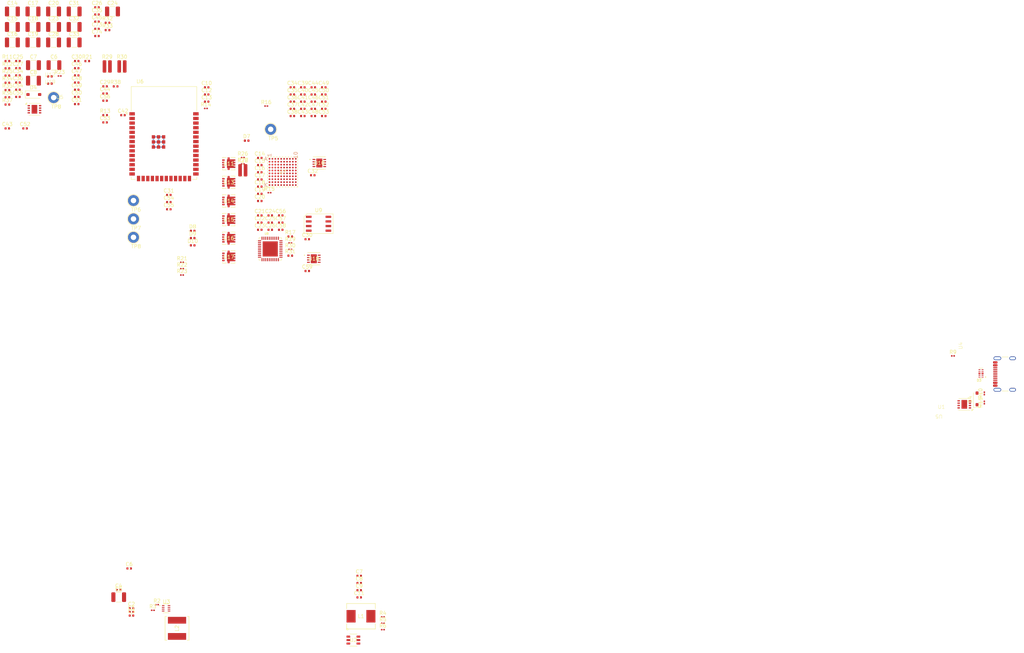
<source format=kicad_pcb>
(kicad_pcb (version 20241229) (generator "pcbnew") (generator_version "9.0")
  (layers (0 "F.Cu" signal) (2 "B.Cu" signal) (13 "F.Paste" user) (15 "B.Paste" user) (5 "F.SilkS" user "F.Silkscreen") (7 "B.SilkS" user "B.Silkscreen") (1 "F.Mask" user) (3 "B.Mask" user) (25 "Edge.Cuts" user))
  (net 0 "")
  (net 1 "VBUS")
  (net 2 "GND")
  (net 3 "Net-(U3-SS)")
  (net 4 "Net-(U3-BST)")
  (net 5 "Net-(U3-SW)")
  (net 6 "+3V3")
  (net 7 "Net-(U3-FB)")
  (net 8 "Net-(U2-SW)")
  (net 9 "Net-(U2-CB)")
  (net 10 "Net-(U6-EN)")
  (net 11 "+12V")
  (net 12 "Net-(U8-CPL)")
  (net 13 "Net-(U8-CPH)")
  (net 14 "Net-(U8-VCP)")
  (net 15 "Net-(U8-DVDD)")
  (net 16 "/motor/Gate Driver/MOTOR_A_CURRENT_SENSE")
  (net 17 "/motor/Gate Driver/MOTOR_B_CURRENT_SENSE")
  (net 18 "/motor/Gate Driver/MOTOR_C_CURRENT_SENSE")
  (net 19 "Net-(U1-CC1)")
  (net 20 "Net-(U1-CC2)")
  (net 23 "/MCU/USB_D-")
  (net 25 "/MCU/USB_D+")
  (net 27 "Net-(D4-A)")
  (net 28 "/USB/RAW_VBUS")
  (net 29 "Net-(D7-A)")
  (net 30 "Net-(D8-A)")
  (net 31 "Net-(D9-A)")
  (net 32 "Net-(D10-A)")
  (net 33 "Net-(U2-FB)")
  (net 34 "/MCU/EN_12V")
  (net 35 "Net-(U1-ADDR{slash}ORIENT)")
  (net 36 "Net-(U1-GATE)")
  (net 37 "/MCU/STM32_EN")
  (net 38 "/motor/Gate Driver/GATE_DRIVER_NFALUT")
  (net 39 "/motor/Gate Driver/H_BRIDGE_SPA")
  (net 40 "/motor/Gate Driver/H_BRIDGE_SPB")
  (net 41 "/motor/Gate Driver/H_BRIDGE_SPC")
  (net 42 "Net-(U8-SOC)")
  (net 43 "Net-(U8-SOB)")
  (net 44 "Net-(U8-SOA)")
  (net 50 "/MCU/PD_FAULT")
  (net 58 "/MCU/PD_INT_N")
  (net 62 "/MCU/PD_SCL")
  (net 63 "/CAN Transceiver1/CAN_TX")
  (net 70 "/MCU/PD_SDA")
  (net 78 "/CAN Transceiver1/CAN_RX")
  (net 82 "/motor/Gate Driver/GATE_DRIVER_NSCS")
  (net 84 "/motor/Gate Driver/GATE_DRIVER_INLA")
  (net 97 "/motor/Gate Driver/GATE_DRIVER_INHB")
  (net 99 "/motor/Gate Driver/GATE_DRIVER_SDI")
  (net 102 "/motor/Encoder/ENCODER_SCL")
  (net 129 "/motor/Gate Driver/GATE_DRIVER_ENABLE")
  (net 131 "/motor/Gate Driver/GATE_DRIVER_SDO")
  (net 133 "/motor/Encoder/ENCODER_SDA")
  (net 142 "/motor/Gate Driver/GATE_DRIVER_INHC")
  (net 143 "/CAN Transceiver/CAN_RX")
  (net 154 "/motor/Gate Driver/GATE_DRIVER_SCLK")
  (net 159 "/CAN Transceiver/CAN_TX")
  (net 160 "/motor/Gate Driver/GATE_DRIVER_INHA")
  (net 162 "/motor/H-Bridge/MOTOR_C")
  (net 163 "/motor/Gate Driver/H_BRIDGE_GLB")
  (net 164 "/motor/Gate Driver/H_BRIDGE_GHB")
  (net 165 "/motor/H-Bridge/MOTOR_A")
  (net 166 "/motor/Gate Driver/H_BRIDGE_GLC")
  (net 167 "/motor/Gate Driver/H_BRIDGE_GLA")
  (net 168 "/motor/H-Bridge/MOTOR_B")
  (net 169 "/motor/Gate Driver/H_BRIDGE_GHC")
  (net 170 "/motor/Gate Driver/H_BRIDGE_GHA")
  (net 174 "/CANH")
  (net 175 "/CANL")
  (net 176 "/Power/VBUS_IN")
  (net 177 "Net-(R22-Pad2)")
  (net 178 "Net-(R23-Pad2)")
  (net 179 "/Power/VBUS_SWITCH_GATE")
  (net 180 "/CAN Transceiver/CANH")
  (net 181 "/CAN Transceiver/CANL")
  (footprint "Capacitor_SMD:C_0402_1005Metric" (layer "F.Cu") (at 83.229 72.880401)
    (property "Reference" "C59")
    (property "Value" "100n")
  )
  (footprint "Capacitor_SMD:C_0402_1005Metric" (layer "F.Cu") (at 84.889 24.420401)
    (property "Reference" "C45")
    (property "Value" "4u7")
  )
  (footprint "Resistor_SMD:R_0201_0603Metric" (layer "F.Cu") (at 40.87 166.05)
    (property "Reference" "R3")
    (property "Value" "10k")
  )
  (footprint "simplified_spincoater_v1:ESP32-S3-WROOM-1" (layer "F.Cu") (at 43.924 34.990401)
    (property "Reference" "U6")
    (property "Value" "ESP32-S3-WROOM-1")
  )
  (footprint "Resistor_SMD:R_0201_0603Metric" (layer "F.Cu") (at 103.98 169.61)
    (property "Reference" "R5")
    (property "Value" "22k1")
  )
  (footprint "Capacitor_SMD:C_0402_1005Metric" (layer "F.Cu") (at 5.805 33.735)
    (property "Reference" "C52")
    (property "Value" "100n")
  )
  (footprint "Capacitor_SMD:C_0402_1005Metric" (layer "F.Cu") (at 19.975 25.085)
    (property "Reference" "C50")
    (property "Value" "100n")
  )
  (footprint "Resistor_SMD:R_0201_0603Metric" (layer "F.Cu") (at 65.549 41.730401)
    (property "Reference" "R26")
    (property "Value" "22r")
  )
  (footprint "Capacitor_SMD:C_0402_1005Metric" (layer "F.Cu") (at 3.845 17.205)
    (property "Reference" "C27")
    (property "Value" "1u")
  )
  (footprint "Resistor_SMD:R_0402_1005Metric" (layer "F.Cu") (at 0.955 23.205)
    (property "Reference" "R35")
    (property "Value" "22k1")
  )
  (footprint "Resistor_SMD:R_0402_1005Metric" (layer "F.Cu") (at 27.775 30.105)
    (property "Reference" "R13")
    (property "Value" "100k")
  )
  (footprint "Capacitor_SMD:C_0402_1005Metric" (layer "F.Cu") (at 19.975 27.055)
    (property "Reference" "C51")
    (property "Value" "100n")
  )
  (footprint "Capacitor_SMD:C_0402_1005Metric" (layer "F.Cu") (at 87.759 28.360401)
    (property "Reference" "C52")
    (property "Value" "4u7")
  )
  (footprint "Capacitor_SMD:C_0402_1005Metric" (layer "F.Cu") (at 82.019 24.420401)
    (property "Reference" "C40")
    (property "Value" "4u7")
  )
  (footprint "Capacitor_SMD:C_1210_3225Metric" (layer "F.Cu") (at 19.275 1.625)
    (property "Reference" "C31")
    (property "Value" "10u")
  )
  (footprint "simplified_spincoater_v1:AON7409" (layer "F.Cu") (at 263.54 109.34 180)
    (property "Reference" "U5")
    (property "Value" "~")
  )
  (footprint "Capacitor_SMD:C_0402_1005Metric" (layer "F.Cu") (at 34.37 154.56)
    (property "Reference" "C6")
    (property "Value" "27p")
  )
  (footprint "Capacitor_SMD:C_0402_1005Metric" (layer "F.Cu") (at 70.209 41.840401)
    (property "Reference" "C14")
    (property "Value" "100n")
  )
  (footprint "Capacitor_SMD:C_0402_1005Metric" (layer "F.Cu") (at 97.48 156.59)
    (property "Reference" "C7")
    (property "Value" "2u2")
  )
  (footprint "Capacitor_SMD:C_0402_1005Metric" (layer "F.Cu") (at 32.665 30.095)
    (property "Reference" "C42")
    (property "Value" "100n")
  )
  (footprint "Capacitor_SMD:C_0402_1005Metric" (layer "F.Cu") (at 45.249 52.000401)
    (property "Reference" "C31")
    (property "Value" "10u")
  )
  (footprint "Resistor_SMD:R_0402_1005Metric" (layer "F.Cu") (at 30.645 22.195)
    (property "Reference" "R38")
    (property "Value" "10k")
  )
  (footprint "Resistor_SMD:R_0402_1005Metric" (layer "F.Cu") (at 0.955 21.215)
    (property "Reference" "R34")
    (property "Value" "10k")
  )
  (footprint "Capacitor_SMD:C_0402_1005Metric" (layer "F.Cu") (at 75.949 59.600401)
    (property "Reference" "C57")
    (property "Value" "1n")
  )
  (footprint "Capacitor_SMD:C_0402_1005Metric" (layer "F.Cu") (at 70.209 53.660401)
    (property "Reference" "C20")
    (property "Value" "100n")
  )
  (footprint "TestPoint:TestPoint_Loop_D2.54mm_Drill1.5mm_Beaded" (layer "F.Cu") (at 35.549 58.590401)
    (property "Reference" "TP7")
    (property "Value" "TestPoint")
  )
  (footprint "Resistor_SMD:R_0402_1005Metric" (layer "F.Cu") (at 0.955 15.245)
    (property "Reference" "R11")
    (property "Value" "100k")
  )
  (footprint "Capacitor_SMD:C_0402_1005Metric" (layer "F.Cu") (at 25.535 8.365)
    (property "Reference" "C74")
    (property "Value" "1n")
  )
  (footprint "Capacitor_SMD:C_0402_1005Metric" (layer "F.Cu") (at 35 167.5)
    (property "Reference" "C3")
    (property "Value" "33n")
  )
  (footprint "TestPoint:TestPoint_Loop_D2.54mm_Drill1.5mm_Beaded" (layer "F.Cu") (at 35.549 53.540401)
    (property "Reference" "TP6")
    (property "Value" "TestPoint")
  )
  (footprint "Resistor_SMD:R_0201_0603Metric" (layer "F.Cu") (at 48.879 70.490401)
    (property "Reference" "R21")
    (property "Value" "30k9")
  )
  (footprint "Capacitor_SMD:C_0402_1005Metric" (layer "F.Cu") (at 19.975 17.205)
    (property "Reference" "C46")
    (property "Value" "100n")
  )
  (footprint "simplified_spincoater_v1:IHLP2525CZER8R2M01" (layer "F.Cu") (at 97.9676 167.6807)
    (property "Reference" "L1")
    (property "Value" "IHLP2525CZER8R2M01")
  )
  (footprint "Resistor_SMD:R_0201_0603Metric" (layer "F.Cu") (at 103.98 167.86)
    (property "Reference" "R4")
    (property "Value" "422k")
  )
  (footprint "Capacitor_SMD:C_0402_1005Metric" (layer "F.Cu") (at 82.019 22.450401)
    (property "Reference" "C39")
    (property "Value" "4u7")
  )
  (footprint "Resistor_SMD:R_0201_0603Metric" (layer "F.Cu") (at 269 106.5 90)
    (property "Reference" "R10")
    (property "Value" "10r")
  )
  (footprint "Capacitor_SMD:C_0402_1005Metric" (layer "F.Cu") (at 87.759 22.450401)
    (property "Reference" "C49")
    (property "Value" "4u7")
  )
  (footprint "simplified_spincoater_v1:TJA1051TK_3" (layer "F.Cu") (at 86.5368 43.235001)
    (property "Reference" "U10")
    (property "Value" "TJA1051TK/3")
  )
  (footprint "simplified_spincoater_v1:NTTFS5C454NL" (layer "F.Cu") (at 61.6944 63.896337)
    (property "Reference" "U16")
    (property "Value" "NTTFS5C454NL")
  )
  (footprint "Capacitor_SMD:C_0402_1005Metric" (layer "F.Cu") (at 79.149 30.330401)
    (property "Reference" "C38")
    (property "Value" "4u7")
  )
  (footprint "Resistor_SMD:R_0402_1005Metric" (layer "F.Cu") (at 78.569 63.430401)
    (property "Reference" "R17")
    (property "Value" "10k")
  )
  (footprint "Capacitor_SMD:C_0402_1005Metric" (layer "F.Cu") (at 84.889 26.390401)
    (property "Reference" "C46")
    (property "Value" "4u7")
  )
  (footprint "Capacitor_SMD:C_0402_1005Metric" (layer "F.Cu") (at 3.845 19.175)
    (property "Reference" "C34")
    (property "Value" "100n")
  )
  (footprint "Resistor_SMD:R_0201_0603Metric" (layer "F.Cu") (at 48.879 73.990401)
    (property "Reference" "R23")
    (property "Value" "30k9")
  )
  (footprint "simplified_spincoater_v1:BZT52C10" (layer "F.Cu") (at 267 109.6 90)
    (property "Reference" "D4")
    (property "Value" "BZT52C10")
  )
  (footprint "Capacitor_SMD:C_1210_3225Metric" (layer "F.Cu") (at 2.325 1.625)
    (property "Reference" "C14")
    (property "Value" "10u")
  )
  (footprint "Capacitor_SMD:C_0402_1005Metric" (layer "F.Cu") (at 70.209 45.780401)
    (property "Reference" "C16")
    (property "Value" "100n")
  )
  (footprint "Resistor_SMD:R_0201_0603Metric" (layer "F.Cu") (at 78.569 65.180401)
    (property "Reference" "R29")
    (property "Value" "22r")
  )
  (footprint "TestPoint:TestPoint_Loop_D2.54mm_Drill1.5mm_Beaded" (layer "F.Cu") (at 73.189 33.980401)
    (property "Reference" "TP5")
    (property "Value" "TestPoint")
  )
  (footprint "Capacitor_SMD:C_0402_1005Metric" (layer "F.Cu") (at 82.019 30.330401)
    (property "Reference" "C43")
    (property "Value" "4u7")
  )
  (footprint "Capacitor_SMD:C_0402_1005Metric" (layer "F.Cu") (at 73.079 57.630401)
    (property "Reference" "C24")
    (property "Value" "10u")
  )
  (footprint "Resistor_SMD:R_0402_1005Metric" (layer "F.Cu") (at 28.425 4.745)
    (property "Reference" "R32")
    (property "Value" "22r")
  )
  (footprint "Capacitor_SMD:C_0402_1005Metric" (layer "F.Cu") (at 25.535 0.485)
    (property "Reference" "C26")
    (property "Value" "1u")
  )
  (footprint "Capacitor_SMD:C_0402_1005Metric" (layer "F.Cu") (at 19.975 15.235)
    (property "Reference" "C30")
    (property "Value" "1u")
  )
  (footprint "Capacitor_SMD:C_0402_1005Metric" (layer "F.Cu") (at 79.149 22.450401)
    (property "Reference" "C34")
    (property "Value" "4u7")
  )
  (footprint "Resistor_SMD:R_0612_1632Metric" (layer "F.Cu") (at 28.345 16.725)
    (property "Reference" "R29")
    (property "Value" "2m")
  )
  (footprint "Capacitor_SMD:C_0402_1005Metric" (layer "F.Cu") (at 70.209 59.600401)
    (property "Reference" "C22")
    (property "Value" "1u")
  )
  (footprint "simplified_spincoater_v1:TJA1051TK_3" (layer "F.Cu") (at 85.0268 69.525001)
    (property "Reference" "U18")
    (property "Value" "TJA1051TK/3")
  )
  (footprint "Capacitor_SMD:C_0402_1005Metric" (layer "F.Cu") (at 84.739 46.590401)
    (property "Reference" "C32")
    (property "Value" "100n")
  )
  (footprint "simplified_spincoater_v1:NTTFS5C454NL" (layer "F.Cu") (at 61.6944 69.016545)
    (property "Reference" "U17")
    (property "Value" "NTTFS5C454NL")
  )
  (footprint "Capacitor_SMD:C_0402_1005Metric" (layer "F.Cu") (at 19.975 23.115)
    (property "Reference" "C49")
    (property "Value" "100n")
  )
  (footprint "Resistor_SMD:R_0402_1005Metric" (layer "F.Cu") (at 0.955 19.225)
    (property "Reference" "R25")
    (property "Value" "30k9")
  )
  (footprint "Resistor_SMD:R_0201_0603Metric" (layer "F.Cu") (at 71.979 27.590401)
    (property "Reference" "R16")
    (property "Value" "30k9")
  )
  (footprint "Capacitor_SMD:C_0402_1005Metric" (layer "F.Cu") (at 27.755 32.085)
    (property "Reference" "C53")
    (property "Value" "100n")
  )
  (footprint "simplified_spincoater_v1:NTTFS5C454NL" (layer "F.Cu") (at 61.6944 53.655921)
    (property "Reference" "U14")
    (property "Value" "NTTFS5C454NL")
  )
  (footprint "simplified_spincoater_v1:NTTFS5C454NL" (layer "F.Cu") (at 61.6944 58.776129)
    (property "Reference" "U15")
    (property "Value" "NTTFS5C454NL")
  )
  (footprint "Capacitor_SMD:C_0402_1005Metric" (layer "F.Cu") (at 87.759 26.390401)
    (property "Reference" "C51")
    (property "Value" "4u7")
  )
  (footprint "Capacitor_SMD:C_0402_1005Metric" (layer "F.Cu") (at 27.755 24.155)
    (property "Reference" "C44")
    (property "Value" "100n")
  )
  (footprint "Capacitor_SMD:C_1210_3225Metric" (layer "F.Cu") (at 2.325 5.875)
    (property "Reference" "C15")
    (property "Value" "10u")
  )
  (footprint "simplified_spincoater_v1:BZT52C10" (layer "F.Cu") (at 6.605 24.425)
    (property "Reference" "D4")
    (property "Value" "BZT52C10")
  )
  (footprint "Capacitor_SMD:C_1210_3225Metric" (layer "F.Cu") (at 8.105 20.625)
    (property "Reference" "C8")
    (property "Value" "10u")
  )
  (footprint "Resistor_SMD:R_0201_0603Metric" (layer "F.Cu") (at 48.879 72.240401)
    (property "Reference" "R22")
    (property "Value" "100r")
  )
  (footprint "Diode_SMD:D_0402_1005Metric" (layer "F.Cu") (at 51.794 63.850401)
    (property "Reference" "D9")
    (property "Value" "LED")
  )
  (footprint "Capacitor_SMD:C_0402_1005Metric" (layer "F.Cu") (at 87.759 30.330401)
    (property "Reference" "C53")
    (property "Value" "4u7")
  )
  (footprint "Capacitor_SMD:C_0402_1005Metric" (layer "F.Cu") (at 79.149 28.360401)
    (property "Reference" "C37")
    (property "Value" "4u7")
  )
  (footprint "Capacitor_SMD:C_0402_1005Metric" (layer "F.Cu") (at 97.48 160.53)
    (property "Reference" "C9")
    (property "Value" "100n")
  )
  (footprint "Capacitor_SMD:C_0402_1005Metric" (layer "F.Cu") (at 97.48 158.56)
    (property "Reference" "C8")
    (property "Value" "100n")
  )
  (footprint "Resistor_SMD:R_0402_1005Metric" (layer "F.Cu") (at 28.425 6.735)
    (property "Reference" "R33")
    (property "Value" "22r")
  )
  (footprint "Capacitor_SMD:C_0402_1005Metric" (layer "F.Cu") (at 70.209 61.570401)
    (property "Reference" "C23")
    (property "Value" "100n")
  )
  (footprint "Capacitor_SMD:C_0402_1005Metric" (layer "F.Cu") (at 3.845 15.235)
    (property "Reference" "C25")
    (property "Value" "47n")
  )
  (footprint "Capacitor_SMD:C_0402_1005Metric" (layer "F.Cu") (at 84.889 28.360401)
    (property "Reference" "C47")
    (property "Value" "4u7")
  )
  (footprint "Capacitor_SMD:C_0402_1005Metric" (layer "F.Cu") (at 79.149 26.390401)
    (property "Reference" "C36")
    (property "Value" "4u7")
  )
  (footprint "Capacitor_SMD:C_0402_1005Metric" (layer "F.Cu") (at 82.019 26.390401)
    (property "Reference" "C41")
    (property "Value" "4u7")
  )
  (footprint "simplified_spincoater_v1:XL-1005UOC" (layer "F.Cu") (at 12.69 19.485)
    (property "Reference" "U12")
    (property "Value" "~")
  )
  (footprint "simplified_spincoater_v1:AON7409" (layer "F.Cu") (at 8.34 28.64)
    (property "Reference" "U5")
    (property "Value" "~")
  )
  (footprint "Capacitor_SMD:C_0402_1005Metric" (layer "F.Cu") (at 3.845 21.145)
    (property "Reference" "C36")
    (property "Value" "100n")
  )
  (footprint "simplified_spincoater_v1:STM32G474VEH6" (layer "F.Cu") (at 76.4747 45.686101)
    (property "Reference" "U7")
    (property "Value" "STM32G474VEH6")
  )
  (footprint "Capacitor_SMD:C_0402_1005Metric" (layer "F.Cu") (at 82.019 28.360401)
    (property "Reference" "C42")
    (property "Value" "4u7")
  )
  (footprint "Diode_SMD:D_0402_1005Metric" (layer "F.Cu") (at 51.794 61.860401)
    (property "Reference" "D8")
    (property "Value" "LED")
  )
  (footprint "Capacitor_SMD:C_1210_3225Metric" (layer "F.Cu") (at 2.325 10.125)
    (property "Reference" "C16")
    (property "Value" "10u")
  )
  (footprint "Capacitor_SMD:C_1210_3225Metric" (layer "F.Cu") (at 8.105 16.375)
    (property "Reference" "C7")
    (property "Value" "10u")
  )
  (footprint "Capacitor_SMD:C_1210_3225Metric" (layer "F.Cu") (at 7.975 1.625)
    (property "Reference" "C17")
    (property "Value" "10u")
  )
  (footprint "Resistor_SMD:R_0402_1005Metric" (layer "F.Cu") (at 0.955 25.195)
    (property "Reference" "R36")
    (property "Value" "22k1")
  )
  (footprint "Resistor_SMD:R_0402_1005Metric" (layer "F.Cu") (at 22.865 15.245)
    (property "Reference" "R21")
    (property "Value" "10k")
  )
  (footprint "Capacitor_SMD:C_0402_1005Metric" (layer "F.Cu") (at 35 165.5)
    (property "Reference" "C2")
    (property "Value" "10u")
  )
  (footprint "simplified_spincoater_v1:TPD4E02B04" (layer "F.Cu") (at 268.0825 101 180)
    (property "Reference" "D3")
    (property "Value" "TPD4E02B04")
  )
  (footprint "Capacitor_SMD:C_0402_1005Metric" (layer "F.Cu") (at 75.949 57.630401)
    (property "Reference" "C56")
    (property "Value" "1n")
  )
  (footprint "simplified_spincoater_v1:NTTFS5C454NL" (layer "F.Cu") (at 61.6944 43.415505)
    (property "Reference" "U11")
    (property "Value" "NTTFS5C454NL")
  )
  (footprint "Resistor_SMD:R_0201_0603Metric" (layer "F.Cu") (at 260.39 96.195)
    (property "Reference" "R9")
    (property "Value" "422k")
  )
  (footprint "simplified_spincoater_v1:GT-USB-7004N" (layer "F.Cu") (at 276 100.925 90)
    (property "Reference" "U4")
    (property "Value" "GT-USB-7004N")
  )
  (footprint "Capacitor_SMD:C_0402_1005Metric" (layer "F.Cu") (at 19.975 19.175)
    (property "Reference" "C47")
    (property "Value" "100n")
  )
  (footprint "Capacitor_SMD:C_0402_1005Metric" (layer "F.Cu") (at 3.845 25.085)
    (property "Reference" "C55")
    (property "Value" "100n")
  )
  (footprint "Capacitor_SMD:C_0402_1005Metric" (layer "F.Cu") (at 70.209 49.720401)
    (property "Reference" "C18")
    (property "Value" "1u")
  )
  (footprint "Capacitor_SMD:C_1210_3225Metric" (layer "F.Cu") (at 13.625 10.125)
    (property "Reference" "C28")
    (property "Value" "10u")
  )
  (footprint "Diode_SMD:D_0402_1005Metric" (layer "F.Cu") (at 66.604 37.100401)
    (property "Reference" "D7")
    (property "Value" "LED")
  )
  (footprint "Capacitor_SMD:C_0402_1005Metric" (layer "F.Cu") (at 75.949 61.570401)
    (property "Reference" "C58")
    (property "Value" "1n")
  )
  (footprint "Capacitor_SMD:C_0402_1005Metric" (layer "F.Cu") (at 87.759 24.420401)
    (property "Reference" "C50")
    (property "Value" "4u7")
  )
  (footprint "Capacitor_SMD:C_0402_1005Metric" (layer "F.Cu") (at 35 166.5)
    (property "Reference" "C1")
    (property "Value" "100n")
  )
  (footprint "Capacitor_SMD:C_0402_1005Metric" (layer "F.Cu") (at 84.889 22.450401)
    (property "Reference" "C44")
    (property "Value" "4u7")
  )
  (footprint "simplified_spincoater_v1:VLS6045AF-4R7M" (layer "F.Cu") (at 47.5 171 90)
    (property "Reference" "L2")
    (property "Value" "VLS6045AF-4R7M")
  )
  (footprint "Capacitor_SMD:C_0402_1005Metric" (layer "F.Cu") (at 27.755 26.125)
    (property "Reference" "C56")
    (property "Value" "100n")
  )
  (footprint "Capacitor_SMD:C_0402_1005Metric" (layer "F.Cu") (at 45.249 53.970401)
    (property "Reference" "C54")
    (property "Value" "10u")
  )
  (footprint "TestPoint:TestPoint_Loop_D2.54mm_Drill1.5mm_Beaded" (layer "F.Cu") (at 35.549 63.640401)
    (property "Reference" "TP8")
    (property "Value" "TestPoint")
  )
  (footprint "Capacitor_SMD:C_0402_1005Metric" (layer "F.Cu") (at 55.629 22.450401)
    (property "Reference" "C10")
    (property "Value" "100n")
  )
  (footprint "Capacitor_SMD:C_0402_1005Metric" (layer "F.Cu") (at 83.229 64.160401)
    (property "Reference" "C30")
    (property "Value" "100n")
  )
  (footprint "Capacitor_SMD:C_0402_1005Metric" (layer "F.Cu") (at 70.209 43.810401)
    (property "Reference" "C15")
    (property "Value" "100n")
  )
  (footprint "Capacitor_SMD:C_0402_1005Metric" (layer "F.Cu") (at 55.629 26.390401)
    (property "Reference" "C13")
    (property "Value" "1u")
  )
  (footprint "Resistor_SMD:R_0201_0603Metric" (layer "F.Cu") (at 78.569 66.930401)
    (property "Reference" "R30")
    (property "Value" "22r")
  )
  (footprint "Resistor_SMD:R_1210_3225Metric" (layer "F.Cu") (at 13.735 16.355)
    (property "Reference" "C6")
    (property "Value" "47u")
  )
  (footprint "simplified_spincoater_v1:HUSB238A-BB001-QN16R" (layer "F.Cu") (at 257.215 110.71)
    (property "Reference" "U1")
    (property "Value" "HUSB238A-BB001-QN16R" (hide yes))
  )
  (footprint "simplified_spincoater_v1:DRV8323SRTA" (layer "F.Cu") (at 73.074 66.830401)
    (property "Reference" "U8")
    (property "Value" "DRV8323SRTA" (hide yes))
  )
  (footprint "simplified_spincoater_v1:TPS62933DRL" (layer "F.Cu") (at 44.5 165.5)
    (property "Reference" "U3")
    (property "Value" "TPS62933DRL" (hide yes))
  )
  (footprint "Capacitor_SMD:C_0402_1005Metric" (layer "F.Cu") (at 73.079 59.600401)
    (property "Reference" "C25")
    (property "Value" "100n")
  )
  (footprint "Resistor_SMD:R_0201_0603Metric" (layer "F.Cu") (at 269 109 90)
    (property "Reference" "R11")
    (property "Value" "15k")
  )
  (footprint "Resistor_SMD:R_1210_3225Metric" (layer "F.Cu") (at 31.5 162.44)
    (property "Reference" "C5")
    (property "Value" "47u")
  )
  (footprint "Resistor_SMD:R_0612_1632Metric" (layer "F.Cu") (at 65.549 45.230401)
    (property "Reference" "R28")
    (property "Value" "2m")
  )
  (footprint "Resistor_SMD:R_0402_1005Metric" (layer "F.Cu") (at 0.955 27.185)
    (property "Reference" "R37")
    (property "Value" "10k")
  )
  (footprint "Capacitor_SMD:C_0402_1005Metric" (layer "F.Cu") (at 3.845 23.115)
    (property "Reference" "C54")
    (property "Value" "100n")
  )
  (footprint "Capacitor_SMD:C_0402_1005Metric" (layer "F.Cu") (at 73.079 61.570401)
    (property "Reference" "C26")
    (property "Value" "1u")
  )
  (footprint "Capacitor_SMD:C_1210_3225Metric" (layer "F.Cu") (at 19.275 5.875)
    (property "Reference" "C32")
    (property "Value" "10u")
  )
  (footprint "Capacitor_SMD:C_0402_1005Metric" (layer "F.Cu") (at 79.149 24.420401)
    (property "Reference" "C35")
    (property "Value" "4u7")
  )
  (footprint "Capacitor_SMD:C_0402_1005Metric" (layer "F.Cu") (at 25.535 4.425)
    (property "Reference" "C45")
    (property "Value" "100n")
  )
  (footprint "Capacitor_SMD:C_1210_3225Metric" (layer "F.Cu") (at 7.975 10.125)
    (property "Reference" "C19")
    (property "Value" "10u")
  )
  (footprint "Capacitor_SMD:C_0402_1005Metric" (layer "F.Cu") (at 70.209 57.630401)
    (property "Reference" "C21")
    (property "Value" "47n")
  )
  (footprint "Capacitor_SMD:C_0402_1005Metric" (layer "F.Cu") (at 31.5 160.47)
    (property "Reference" "C4")
    (property "Value" "100n")
  )
  (footprint "simplified_spincoater_v1:XL-1005UOC" (layer "F.Cu") (at 12.69 21.475)
    (property "Reference" "U19")
    (property "Value" "~")
  )
  (footprint "Resistor_SMD:R_0612_1632Metric" (layer "F.Cu") (at 32.395 16.725)
    (property "Reference" "R30")
    (property "Value" "2m")
  )
  (footprint "Resistor_SMD:R_0201_0603Metric" (layer "F.Cu") (at 55.419 28.250401)
    (property "Reference" "R14")
    (property "Value" "10k")
  )
  (footprint "TestPoint:TestPoint_Loop_D2.54mm_Drill1.5mm_Beaded" (layer "F.Cu") (at 13.655 25.275)
    (property "Reference" "TP8")
    (property "Value" "TestPoint")
  )
  (footprint "Capacitor_SMD:C_1210_3225Metric" (layer "F.Cu") (at 13.625 5.875)
    (property "Reference" "C23")
    (property "Value" "10u")
  )
  (footprint "Resistor_SMD:R_0201_0603Metric" (layer "F.Cu") (at 65.549 43.480401)
    (property "Reference" "R27")
    (property "Value" "22r")
  )
  (footprint "Capacitor_SMD:C_0402_1005Metric" (layer "F.Cu") (at 25.535 6.395)
    (property "Reference" "C73")
    (property "Value" "1n")
  )
  (footprint "Resistor_SMD:R_0402_1005Metric" (layer "F.Cu") (at 78.569 68.680401)
    (property "Reference" "R31")
    (property "Value" "22r")
  )
  (footprint "simplified_spincoater_v1:NTTFS5C454NL" (layer "F.Cu") (at 61.6944 48.535713)
    (property "Reference" "U13")
    (property "Value" "NTTFS5C454NL")
  )
  (footprint "Capacitor_SMD:C_0402_1005Metric" (layer "F.Cu") (at 27.755 22.185)
    (property "Reference" "C29")
    (property "Value" "1u")
  )
  (footprint "simplified_spincoater_v1:LMR51420YDD" (layer "F.Cu") (at 95.8848 174.2292)
    (property "Reference" "U2")
    (property "Value" "LMR51420YDD")
  )
  (footprint "Capacitor_SMD:C_0402_1005Metric" (layer "F.Cu") (at 19.975 21.145)
    (property "Reference" "C48")
    (property "Value" "100n")
  )
  (footprint "Capacitor_SMD:C_1210_3225Metric" (layer "F.Cu") (at 7.975 5.875)
    (property "Reference" "C18")
    (property "Value" "10u")
  )
  (footprint "Capacitor_SMD:C_0402_1005Metric" (layer "F.Cu") (at 0.935 33.735)
    (property "Reference" "C43")
    (property "Value" "100n")
  )
  (footprint "Capacitor_SMD:C_1210_3225Metric" (layer "F.Cu") (at 29.795 1.625)
    (property "Reference" "C24")
    (property "Value" "10u")
  )
  (footprint "Capacitor_SMD:C_0402_1005Metric" (layer "F.Cu") (at 97.48 162.5)
    (property "Reference" "C11")
    (property "Value" "47u")
  )
  (footprint "Capacitor_SMD:C_0402_1005Metric" (layer "F.Cu") (at 70.209 47.750401)
    (property "Reference" "C17")
    (property "Value" "100n")
  )
  (footprint "Capacitor_SMD:C_0402_1005Metric" (layer "F.Cu") (at 45.249 55.940401)
    (property "Reference" "C55")
    (property "Value" "10u")
  )
  (footprint "simplified_spincoater_v1:AS5600" (layer "F.Cu") (at 86.129 59.815401)
    (property "Reference" "U9")
    (property "Value" "AS5600" (hide yes))
  )
  (footprint "Capacitor_SMD:C_0402_1005Metric" (layer "F.Cu") (at 70.209 51.690401)
    (property "Reference" "C19")
    (property "Value" "100n")
  )
  (footprint "Resistor_SMD:R_0201_0603Metric" (layer "F.Cu") (at 15.295 19.335)
    (property "Reference" "R23")
    (property "Value" "100r")
  )
  (footprint "Capacitor_SMD:C_0402_1005Metric" (layer "F.Cu") (at 84.889 30.330401)
    (property "Reference" "C48")
    (property "Value" "4u7")
  )
  (footprint "Capacitor_SMD:C_0402_1005Metric" (layer "F.Cu") (at 55.629 24.420401)
    (property "Reference" "C12")
    (property "Value" "100n")
  )
  (footprint "Resistor_SMD:R_0201_0603Metric" (layer "F.Cu") (at 72.869 51.390401)
    (property "Reference" "R15")
    (property "Value" "10k")
  )
  (footprint "Capacitor_SMD:C_0402_1005Metric" (layer "F.Cu") (at 25.535 2.455)
    (property "Reference" "C35")
    (property "Value" "100n")
  )
  (footprint "Capacitor_SMD:C_1210_3225Metric" (layer "F.Cu") (at 19.275 10.125)
    (property "Reference" "C33")
    (property "Value" "10u")
  )
  (footprint "Capacitor_SMD:C_1210_3225Metric" (layer "F.Cu") (at 13.625 1.625)
    (property "Reference" "C20")
    (property "Value" "10u")
  )
  (footprint "Resistor_SMD:R_0201_0603Metric" (layer "F.Cu") (at 42 164.5)
    (property "Reference" "R2")
    (property "Value" "30k9")
  )
  (footprint "Resistor_SMD:R_0201_0603Metric" (layer "F.Cu") (at 103.98 171.36)
    (property "Reference" "R6")
    (property "Value" "10k")
  )
  (footprint "Diode_SMD:D_0402_1005Metric" (layer "F.Cu") (at 51.794 65.840401)
    (property "Reference" "D10")
    (property "Value" "LED")
  )
  (footprint "Resistor_SMD:R_0402_1005Metric" (layer "F.Cu") (at 0.955 17.235)
    (property "Reference" "R12")
    (property "Value" "422k")
  )
)
</source>
